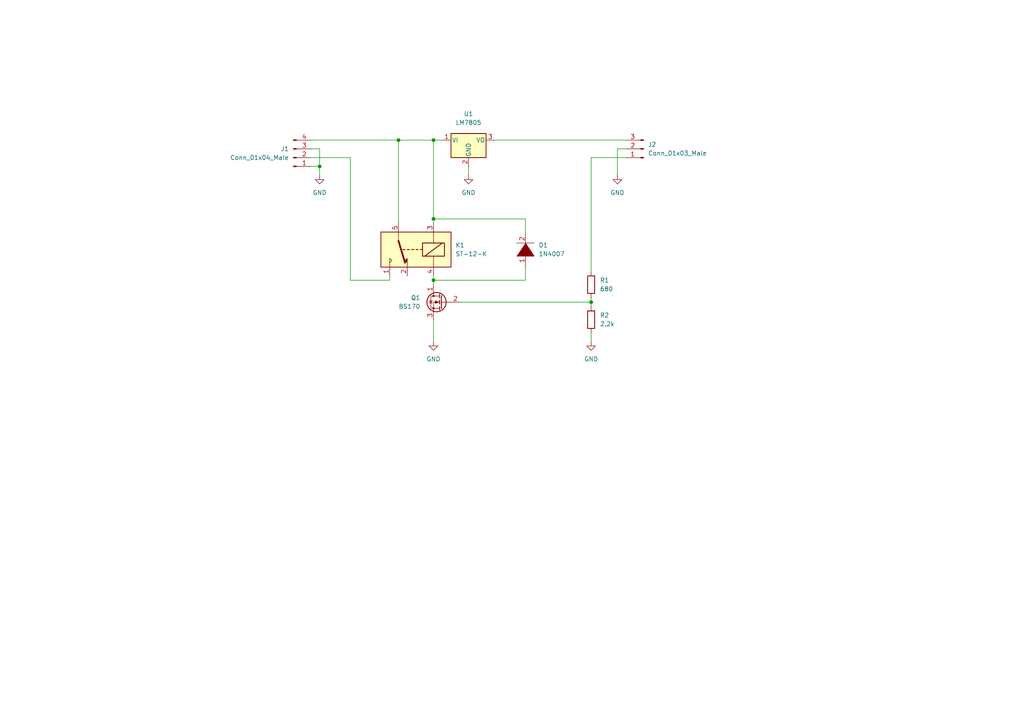
<source format=kicad_sch>
(kicad_sch (version 20211123) (generator eeschema)

  (uuid e63e39d7-6ac0-4ffd-8aa3-1841a4541b55)

  (paper "A4")

  (lib_symbols
    (symbol "Connector:Conn_01x03_Male" (pin_names (offset 1.016) hide) (in_bom yes) (on_board yes)
      (property "Reference" "J" (id 0) (at 0 5.08 0)
        (effects (font (size 1.27 1.27)))
      )
      (property "Value" "Conn_01x03_Male" (id 1) (at 0 -5.08 0)
        (effects (font (size 1.27 1.27)))
      )
      (property "Footprint" "" (id 2) (at 0 0 0)
        (effects (font (size 1.27 1.27)) hide)
      )
      (property "Datasheet" "~" (id 3) (at 0 0 0)
        (effects (font (size 1.27 1.27)) hide)
      )
      (property "ki_keywords" "connector" (id 4) (at 0 0 0)
        (effects (font (size 1.27 1.27)) hide)
      )
      (property "ki_description" "Generic connector, single row, 01x03, script generated (kicad-library-utils/schlib/autogen/connector/)" (id 5) (at 0 0 0)
        (effects (font (size 1.27 1.27)) hide)
      )
      (property "ki_fp_filters" "Connector*:*_1x??_*" (id 6) (at 0 0 0)
        (effects (font (size 1.27 1.27)) hide)
      )
      (symbol "Conn_01x03_Male_1_1"
        (polyline
          (pts
            (xy 1.27 -2.54)
            (xy 0.8636 -2.54)
          )
          (stroke (width 0.1524) (type default) (color 0 0 0 0))
          (fill (type none))
        )
        (polyline
          (pts
            (xy 1.27 0)
            (xy 0.8636 0)
          )
          (stroke (width 0.1524) (type default) (color 0 0 0 0))
          (fill (type none))
        )
        (polyline
          (pts
            (xy 1.27 2.54)
            (xy 0.8636 2.54)
          )
          (stroke (width 0.1524) (type default) (color 0 0 0 0))
          (fill (type none))
        )
        (rectangle (start 0.8636 -2.413) (end 0 -2.667)
          (stroke (width 0.1524) (type default) (color 0 0 0 0))
          (fill (type outline))
        )
        (rectangle (start 0.8636 0.127) (end 0 -0.127)
          (stroke (width 0.1524) (type default) (color 0 0 0 0))
          (fill (type outline))
        )
        (rectangle (start 0.8636 2.667) (end 0 2.413)
          (stroke (width 0.1524) (type default) (color 0 0 0 0))
          (fill (type outline))
        )
        (pin passive line (at 5.08 2.54 180) (length 3.81)
          (name "Pin_1" (effects (font (size 1.27 1.27))))
          (number "1" (effects (font (size 1.27 1.27))))
        )
        (pin passive line (at 5.08 0 180) (length 3.81)
          (name "Pin_2" (effects (font (size 1.27 1.27))))
          (number "2" (effects (font (size 1.27 1.27))))
        )
        (pin passive line (at 5.08 -2.54 180) (length 3.81)
          (name "Pin_3" (effects (font (size 1.27 1.27))))
          (number "3" (effects (font (size 1.27 1.27))))
        )
      )
    )
    (symbol "Connector:Conn_01x04_Male" (pin_names (offset 1.016) hide) (in_bom yes) (on_board yes)
      (property "Reference" "J" (id 0) (at 0 5.08 0)
        (effects (font (size 1.27 1.27)))
      )
      (property "Value" "Conn_01x04_Male" (id 1) (at 0 -7.62 0)
        (effects (font (size 1.27 1.27)))
      )
      (property "Footprint" "" (id 2) (at 0 0 0)
        (effects (font (size 1.27 1.27)) hide)
      )
      (property "Datasheet" "~" (id 3) (at 0 0 0)
        (effects (font (size 1.27 1.27)) hide)
      )
      (property "ki_keywords" "connector" (id 4) (at 0 0 0)
        (effects (font (size 1.27 1.27)) hide)
      )
      (property "ki_description" "Generic connector, single row, 01x04, script generated (kicad-library-utils/schlib/autogen/connector/)" (id 5) (at 0 0 0)
        (effects (font (size 1.27 1.27)) hide)
      )
      (property "ki_fp_filters" "Connector*:*_1x??_*" (id 6) (at 0 0 0)
        (effects (font (size 1.27 1.27)) hide)
      )
      (symbol "Conn_01x04_Male_1_1"
        (polyline
          (pts
            (xy 1.27 -5.08)
            (xy 0.8636 -5.08)
          )
          (stroke (width 0.1524) (type default) (color 0 0 0 0))
          (fill (type none))
        )
        (polyline
          (pts
            (xy 1.27 -2.54)
            (xy 0.8636 -2.54)
          )
          (stroke (width 0.1524) (type default) (color 0 0 0 0))
          (fill (type none))
        )
        (polyline
          (pts
            (xy 1.27 0)
            (xy 0.8636 0)
          )
          (stroke (width 0.1524) (type default) (color 0 0 0 0))
          (fill (type none))
        )
        (polyline
          (pts
            (xy 1.27 2.54)
            (xy 0.8636 2.54)
          )
          (stroke (width 0.1524) (type default) (color 0 0 0 0))
          (fill (type none))
        )
        (rectangle (start 0.8636 -4.953) (end 0 -5.207)
          (stroke (width 0.1524) (type default) (color 0 0 0 0))
          (fill (type outline))
        )
        (rectangle (start 0.8636 -2.413) (end 0 -2.667)
          (stroke (width 0.1524) (type default) (color 0 0 0 0))
          (fill (type outline))
        )
        (rectangle (start 0.8636 0.127) (end 0 -0.127)
          (stroke (width 0.1524) (type default) (color 0 0 0 0))
          (fill (type outline))
        )
        (rectangle (start 0.8636 2.667) (end 0 2.413)
          (stroke (width 0.1524) (type default) (color 0 0 0 0))
          (fill (type outline))
        )
        (pin passive line (at 5.08 2.54 180) (length 3.81)
          (name "Pin_1" (effects (font (size 1.27 1.27))))
          (number "1" (effects (font (size 1.27 1.27))))
        )
        (pin passive line (at 5.08 0 180) (length 3.81)
          (name "Pin_2" (effects (font (size 1.27 1.27))))
          (number "2" (effects (font (size 1.27 1.27))))
        )
        (pin passive line (at 5.08 -2.54 180) (length 3.81)
          (name "Pin_3" (effects (font (size 1.27 1.27))))
          (number "3" (effects (font (size 1.27 1.27))))
        )
        (pin passive line (at 5.08 -5.08 180) (length 3.81)
          (name "Pin_4" (effects (font (size 1.27 1.27))))
          (number "4" (effects (font (size 1.27 1.27))))
        )
      )
    )
    (symbol "Device:R" (pin_numbers hide) (pin_names (offset 0)) (in_bom yes) (on_board yes)
      (property "Reference" "R" (id 0) (at 2.032 0 90)
        (effects (font (size 1.27 1.27)))
      )
      (property "Value" "R" (id 1) (at 0 0 90)
        (effects (font (size 1.27 1.27)))
      )
      (property "Footprint" "" (id 2) (at -1.778 0 90)
        (effects (font (size 1.27 1.27)) hide)
      )
      (property "Datasheet" "~" (id 3) (at 0 0 0)
        (effects (font (size 1.27 1.27)) hide)
      )
      (property "ki_keywords" "R res resistor" (id 4) (at 0 0 0)
        (effects (font (size 1.27 1.27)) hide)
      )
      (property "ki_description" "Resistor" (id 5) (at 0 0 0)
        (effects (font (size 1.27 1.27)) hide)
      )
      (property "ki_fp_filters" "R_*" (id 6) (at 0 0 0)
        (effects (font (size 1.27 1.27)) hide)
      )
      (symbol "R_0_1"
        (rectangle (start -1.016 -2.54) (end 1.016 2.54)
          (stroke (width 0.254) (type default) (color 0 0 0 0))
          (fill (type none))
        )
      )
      (symbol "R_1_1"
        (pin passive line (at 0 3.81 270) (length 1.27)
          (name "~" (effects (font (size 1.27 1.27))))
          (number "1" (effects (font (size 1.27 1.27))))
        )
        (pin passive line (at 0 -3.81 90) (length 1.27)
          (name "~" (effects (font (size 1.27 1.27))))
          (number "2" (effects (font (size 1.27 1.27))))
        )
      )
    )
    (symbol "Regulator_Linear:LM7805_TO220" (pin_names (offset 0.254)) (in_bom yes) (on_board yes)
      (property "Reference" "U" (id 0) (at -3.81 3.175 0)
        (effects (font (size 1.27 1.27)))
      )
      (property "Value" "LM7805_TO220" (id 1) (at 0 3.175 0)
        (effects (font (size 1.27 1.27)) (justify left))
      )
      (property "Footprint" "Package_TO_SOT_THT:TO-220-3_Vertical" (id 2) (at 0 5.715 0)
        (effects (font (size 1.27 1.27) italic) hide)
      )
      (property "Datasheet" "https://www.onsemi.cn/PowerSolutions/document/MC7800-D.PDF" (id 3) (at 0 -1.27 0)
        (effects (font (size 1.27 1.27)) hide)
      )
      (property "ki_keywords" "Voltage Regulator 1A Positive" (id 4) (at 0 0 0)
        (effects (font (size 1.27 1.27)) hide)
      )
      (property "ki_description" "Positive 1A 35V Linear Regulator, Fixed Output 5V, TO-220" (id 5) (at 0 0 0)
        (effects (font (size 1.27 1.27)) hide)
      )
      (property "ki_fp_filters" "TO?220*" (id 6) (at 0 0 0)
        (effects (font (size 1.27 1.27)) hide)
      )
      (symbol "LM7805_TO220_0_1"
        (rectangle (start -5.08 1.905) (end 5.08 -5.08)
          (stroke (width 0.254) (type default) (color 0 0 0 0))
          (fill (type background))
        )
      )
      (symbol "LM7805_TO220_1_1"
        (pin power_in line (at -7.62 0 0) (length 2.54)
          (name "VI" (effects (font (size 1.27 1.27))))
          (number "1" (effects (font (size 1.27 1.27))))
        )
        (pin power_in line (at 0 -7.62 90) (length 2.54)
          (name "GND" (effects (font (size 1.27 1.27))))
          (number "2" (effects (font (size 1.27 1.27))))
        )
        (pin power_out line (at 7.62 0 180) (length 2.54)
          (name "VO" (effects (font (size 1.27 1.27))))
          (number "3" (effects (font (size 1.27 1.27))))
        )
      )
    )
    (symbol "Relay:Y14x-1C-xxDS" (in_bom yes) (on_board yes)
      (property "Reference" "K" (id 0) (at 11.43 3.81 0)
        (effects (font (size 1.27 1.27)) (justify left))
      )
      (property "Value" "Y14x-1C-xxDS" (id 1) (at 11.43 1.27 0)
        (effects (font (size 1.27 1.27)) (justify left))
      )
      (property "Footprint" "Relay_THT:Relay_SPDT_HsinDa_Y14" (id 2) (at 11.43 -1.27 0)
        (effects (font (size 1.27 1.27)) (justify left) hide)
      )
      (property "Datasheet" "http://www.hsinda.com.cn/en/imgdown.asp?FileName=UploadFiles/201431310240386.pdf" (id 3) (at 0 0 0)
        (effects (font (size 1.27 1.27)) hide)
      )
      (property "ki_keywords" "Relay SPDT" (id 4) (at 0 0 0)
        (effects (font (size 1.27 1.27)) hide)
      )
      (property "ki_description" "Hsin Da Y14-series relay, Single Pole Dual Throw" (id 5) (at 0 0 0)
        (effects (font (size 1.27 1.27)) hide)
      )
      (property "ki_fp_filters" "Relay*Y14*" (id 6) (at 0 0 0)
        (effects (font (size 1.27 1.27)) hide)
      )
      (symbol "Y14x-1C-xxDS_0_0"
        (polyline
          (pts
            (xy 7.62 5.08)
            (xy 7.62 2.54)
            (xy 6.985 3.175)
            (xy 7.62 3.81)
          )
          (stroke (width 0) (type default) (color 0 0 0 0))
          (fill (type none))
        )
      )
      (symbol "Y14x-1C-xxDS_0_1"
        (rectangle (start -10.16 5.08) (end 10.16 -5.08)
          (stroke (width 0.254) (type default) (color 0 0 0 0))
          (fill (type background))
        )
        (rectangle (start -8.255 1.905) (end -1.905 -1.905)
          (stroke (width 0.254) (type default) (color 0 0 0 0))
          (fill (type none))
        )
        (polyline
          (pts
            (xy -7.62 -1.905)
            (xy -2.54 1.905)
          )
          (stroke (width 0.254) (type default) (color 0 0 0 0))
          (fill (type none))
        )
        (polyline
          (pts
            (xy -5.08 -5.08)
            (xy -5.08 -1.905)
          )
          (stroke (width 0) (type default) (color 0 0 0 0))
          (fill (type none))
        )
        (polyline
          (pts
            (xy -5.08 5.08)
            (xy -5.08 1.905)
          )
          (stroke (width 0) (type default) (color 0 0 0 0))
          (fill (type none))
        )
        (polyline
          (pts
            (xy -1.905 0)
            (xy -1.27 0)
          )
          (stroke (width 0.254) (type default) (color 0 0 0 0))
          (fill (type none))
        )
        (polyline
          (pts
            (xy -0.635 0)
            (xy 0 0)
          )
          (stroke (width 0.254) (type default) (color 0 0 0 0))
          (fill (type none))
        )
        (polyline
          (pts
            (xy 0.635 0)
            (xy 1.27 0)
          )
          (stroke (width 0.254) (type default) (color 0 0 0 0))
          (fill (type none))
        )
        (polyline
          (pts
            (xy 1.905 0)
            (xy 2.54 0)
          )
          (stroke (width 0.254) (type default) (color 0 0 0 0))
          (fill (type none))
        )
        (polyline
          (pts
            (xy 3.175 0)
            (xy 3.81 0)
          )
          (stroke (width 0.254) (type default) (color 0 0 0 0))
          (fill (type none))
        )
        (polyline
          (pts
            (xy 5.08 -2.54)
            (xy 3.175 3.81)
          )
          (stroke (width 0.508) (type default) (color 0 0 0 0))
          (fill (type none))
        )
        (polyline
          (pts
            (xy 5.08 -2.54)
            (xy 5.08 -5.08)
          )
          (stroke (width 0) (type default) (color 0 0 0 0))
          (fill (type none))
        )
        (polyline
          (pts
            (xy 2.54 5.08)
            (xy 2.54 2.54)
            (xy 3.175 3.175)
            (xy 2.54 3.81)
          )
          (stroke (width 0) (type default) (color 0 0 0 0))
          (fill (type outline))
        )
      )
      (symbol "Y14x-1C-xxDS_1_1"
        (pin passive line (at 7.62 7.62 270) (length 2.54)
          (name "~" (effects (font (size 1.27 1.27))))
          (number "1" (effects (font (size 1.27 1.27))))
        )
        (pin passive line (at 2.54 7.62 270) (length 2.54)
          (name "~" (effects (font (size 1.27 1.27))))
          (number "2" (effects (font (size 1.27 1.27))))
        )
        (pin passive line (at -5.08 -7.62 90) (length 2.54)
          (name "~" (effects (font (size 1.27 1.27))))
          (number "3" (effects (font (size 1.27 1.27))))
        )
        (pin passive line (at -5.08 7.62 270) (length 2.54)
          (name "~" (effects (font (size 1.27 1.27))))
          (number "4" (effects (font (size 1.27 1.27))))
        )
        (pin passive line (at 5.08 -7.62 90) (length 2.54)
          (name "~" (effects (font (size 1.27 1.27))))
          (number "5" (effects (font (size 1.27 1.27))))
        )
        (pin passive line (at 5.08 -7.62 90) (length 2.54) hide
          (name "~" (effects (font (size 1.27 1.27))))
          (number "6" (effects (font (size 1.27 1.27))))
        )
      )
    )
    (symbol "Transistor_FET:BS170" (pin_names hide) (in_bom yes) (on_board yes)
      (property "Reference" "Q" (id 0) (at 5.08 1.905 0)
        (effects (font (size 1.27 1.27)) (justify left))
      )
      (property "Value" "BS170" (id 1) (at 5.08 0 0)
        (effects (font (size 1.27 1.27)) (justify left))
      )
      (property "Footprint" "Package_TO_SOT_THT:TO-92_Inline" (id 2) (at 5.08 -1.905 0)
        (effects (font (size 1.27 1.27) italic) (justify left) hide)
      )
      (property "Datasheet" "https://www.onsemi.com/pub/Collateral/BS170-D.PDF" (id 3) (at 0 0 0)
        (effects (font (size 1.27 1.27)) (justify left) hide)
      )
      (property "ki_keywords" "N-Channel MOSFET" (id 4) (at 0 0 0)
        (effects (font (size 1.27 1.27)) hide)
      )
      (property "ki_description" "0.5A Id, 60V Vds, N-Channel MOSFET, TO-92" (id 5) (at 0 0 0)
        (effects (font (size 1.27 1.27)) hide)
      )
      (property "ki_fp_filters" "TO?92*" (id 6) (at 0 0 0)
        (effects (font (size 1.27 1.27)) hide)
      )
      (symbol "BS170_0_1"
        (polyline
          (pts
            (xy 0.254 0)
            (xy -2.54 0)
          )
          (stroke (width 0) (type default) (color 0 0 0 0))
          (fill (type none))
        )
        (polyline
          (pts
            (xy 0.254 1.905)
            (xy 0.254 -1.905)
          )
          (stroke (width 0.254) (type default) (color 0 0 0 0))
          (fill (type none))
        )
        (polyline
          (pts
            (xy 0.762 -1.27)
            (xy 0.762 -2.286)
          )
          (stroke (width 0.254) (type default) (color 0 0 0 0))
          (fill (type none))
        )
        (polyline
          (pts
            (xy 0.762 0.508)
            (xy 0.762 -0.508)
          )
          (stroke (width 0.254) (type default) (color 0 0 0 0))
          (fill (type none))
        )
        (polyline
          (pts
            (xy 0.762 2.286)
            (xy 0.762 1.27)
          )
          (stroke (width 0.254) (type default) (color 0 0 0 0))
          (fill (type none))
        )
        (polyline
          (pts
            (xy 2.54 2.54)
            (xy 2.54 1.778)
          )
          (stroke (width 0) (type default) (color 0 0 0 0))
          (fill (type none))
        )
        (polyline
          (pts
            (xy 2.54 -2.54)
            (xy 2.54 0)
            (xy 0.762 0)
          )
          (stroke (width 0) (type default) (color 0 0 0 0))
          (fill (type none))
        )
        (polyline
          (pts
            (xy 0.762 -1.778)
            (xy 3.302 -1.778)
            (xy 3.302 1.778)
            (xy 0.762 1.778)
          )
          (stroke (width 0) (type default) (color 0 0 0 0))
          (fill (type none))
        )
        (polyline
          (pts
            (xy 1.016 0)
            (xy 2.032 0.381)
            (xy 2.032 -0.381)
            (xy 1.016 0)
          )
          (stroke (width 0) (type default) (color 0 0 0 0))
          (fill (type outline))
        )
        (polyline
          (pts
            (xy 2.794 0.508)
            (xy 2.921 0.381)
            (xy 3.683 0.381)
            (xy 3.81 0.254)
          )
          (stroke (width 0) (type default) (color 0 0 0 0))
          (fill (type none))
        )
        (polyline
          (pts
            (xy 3.302 0.381)
            (xy 2.921 -0.254)
            (xy 3.683 -0.254)
            (xy 3.302 0.381)
          )
          (stroke (width 0) (type default) (color 0 0 0 0))
          (fill (type none))
        )
        (circle (center 1.651 0) (radius 2.794)
          (stroke (width 0.254) (type default) (color 0 0 0 0))
          (fill (type none))
        )
        (circle (center 2.54 -1.778) (radius 0.254)
          (stroke (width 0) (type default) (color 0 0 0 0))
          (fill (type outline))
        )
        (circle (center 2.54 1.778) (radius 0.254)
          (stroke (width 0) (type default) (color 0 0 0 0))
          (fill (type outline))
        )
      )
      (symbol "BS170_1_1"
        (pin passive line (at 2.54 5.08 270) (length 2.54)
          (name "D" (effects (font (size 1.27 1.27))))
          (number "1" (effects (font (size 1.27 1.27))))
        )
        (pin input line (at -5.08 0 0) (length 2.54)
          (name "G" (effects (font (size 1.27 1.27))))
          (number "2" (effects (font (size 1.27 1.27))))
        )
        (pin passive line (at 2.54 -5.08 90) (length 2.54)
          (name "S" (effects (font (size 1.27 1.27))))
          (number "3" (effects (font (size 1.27 1.27))))
        )
      )
    )
    (symbol "power:GND" (power) (pin_names (offset 0)) (in_bom yes) (on_board yes)
      (property "Reference" "#PWR" (id 0) (at 0 -6.35 0)
        (effects (font (size 1.27 1.27)) hide)
      )
      (property "Value" "GND" (id 1) (at 0 -3.81 0)
        (effects (font (size 1.27 1.27)))
      )
      (property "Footprint" "" (id 2) (at 0 0 0)
        (effects (font (size 1.27 1.27)) hide)
      )
      (property "Datasheet" "" (id 3) (at 0 0 0)
        (effects (font (size 1.27 1.27)) hide)
      )
      (property "ki_keywords" "power-flag" (id 4) (at 0 0 0)
        (effects (font (size 1.27 1.27)) hide)
      )
      (property "ki_description" "Power symbol creates a global label with name \"GND\" , ground" (id 5) (at 0 0 0)
        (effects (font (size 1.27 1.27)) hide)
      )
      (symbol "GND_0_1"
        (polyline
          (pts
            (xy 0 0)
            (xy 0 -1.27)
            (xy 1.27 -1.27)
            (xy 0 -2.54)
            (xy -1.27 -1.27)
            (xy 0 -1.27)
          )
          (stroke (width 0) (type default) (color 0 0 0 0))
          (fill (type none))
        )
      )
      (symbol "GND_1_1"
        (pin power_in line (at 0 0 270) (length 0) hide
          (name "GND" (effects (font (size 1.27 1.27))))
          (number "1" (effects (font (size 1.27 1.27))))
        )
      )
    )
    (symbol "pspice:DIODE" (pin_names (offset 1.016) hide) (in_bom yes) (on_board yes)
      (property "Reference" "D" (id 0) (at 0 3.81 0)
        (effects (font (size 1.27 1.27)))
      )
      (property "Value" "DIODE" (id 1) (at 0 -4.445 0)
        (effects (font (size 1.27 1.27)))
      )
      (property "Footprint" "" (id 2) (at 0 0 0)
        (effects (font (size 1.27 1.27)) hide)
      )
      (property "Datasheet" "~" (id 3) (at 0 0 0)
        (effects (font (size 1.27 1.27)) hide)
      )
      (property "ki_keywords" "simulation" (id 4) (at 0 0 0)
        (effects (font (size 1.27 1.27)) hide)
      )
      (property "ki_description" "Diode symbol for simulation only. Pin order incompatible with official kicad footprints" (id 5) (at 0 0 0)
        (effects (font (size 1.27 1.27)) hide)
      )
      (symbol "DIODE_0_1"
        (polyline
          (pts
            (xy 1.905 2.54)
            (xy 1.905 -2.54)
          )
          (stroke (width 0) (type default) (color 0 0 0 0))
          (fill (type none))
        )
        (polyline
          (pts
            (xy -1.905 2.54)
            (xy -1.905 -2.54)
            (xy 1.905 0)
          )
          (stroke (width 0) (type default) (color 0 0 0 0))
          (fill (type outline))
        )
      )
      (symbol "DIODE_1_1"
        (pin input line (at -5.08 0 0) (length 3.81)
          (name "K" (effects (font (size 1.27 1.27))))
          (number "1" (effects (font (size 1.27 1.27))))
        )
        (pin input line (at 5.08 0 180) (length 3.81)
          (name "A" (effects (font (size 1.27 1.27))))
          (number "2" (effects (font (size 1.27 1.27))))
        )
      )
    )
  )

  (junction (at 115.57 40.64) (diameter 0) (color 0 0 0 0)
    (uuid 1ce35f55-7b10-4f85-a37b-4d1001366d27)
  )
  (junction (at 125.73 40.64) (diameter 0) (color 0 0 0 0)
    (uuid 3510120f-b9d4-4bef-8743-b3c495a69b5b)
  )
  (junction (at 125.73 81.28) (diameter 0) (color 0 0 0 0)
    (uuid 9f53f05d-541f-4913-b824-ce437a9856c9)
  )
  (junction (at 125.73 63.5) (diameter 0) (color 0 0 0 0)
    (uuid a81d18ab-0521-4f07-b803-bc339b4f6a20)
  )
  (junction (at 92.71 48.26) (diameter 0) (color 0 0 0 0)
    (uuid d2c0accc-9ac4-4b33-beaa-ef963347a733)
  )
  (junction (at 171.45 87.63) (diameter 0) (color 0 0 0 0)
    (uuid df10e41f-b4f1-4a9f-90c7-52e3401f3ab2)
  )

  (wire (pts (xy 152.4 77.47) (xy 152.4 81.28))
    (stroke (width 0) (type default) (color 0 0 0 0))
    (uuid 06552a9a-6350-41c0-9a41-30bab053930c)
  )
  (wire (pts (xy 125.73 40.64) (xy 128.27 40.64))
    (stroke (width 0) (type default) (color 0 0 0 0))
    (uuid 0714050a-acff-463d-b343-5ee952a83e96)
  )
  (wire (pts (xy 113.03 80.01) (xy 113.03 81.28))
    (stroke (width 0) (type default) (color 0 0 0 0))
    (uuid 0f83ece6-54d9-4149-b7d9-1fc4e62a8ed1)
  )
  (wire (pts (xy 101.6 45.72) (xy 101.6 81.28))
    (stroke (width 0) (type default) (color 0 0 0 0))
    (uuid 11216555-08e9-4e78-bb80-b400ece5a624)
  )
  (wire (pts (xy 125.73 80.01) (xy 125.73 81.28))
    (stroke (width 0) (type default) (color 0 0 0 0))
    (uuid 133ee766-4532-467f-bfc3-e80e7d9f269e)
  )
  (wire (pts (xy 181.61 43.18) (xy 179.07 43.18))
    (stroke (width 0) (type default) (color 0 0 0 0))
    (uuid 155fe027-7e75-4fe7-b68d-ffd5d6447ed9)
  )
  (wire (pts (xy 179.07 43.18) (xy 179.07 50.8))
    (stroke (width 0) (type default) (color 0 0 0 0))
    (uuid 167fa2de-2557-40cb-9a83-bc1eff5603f4)
  )
  (wire (pts (xy 125.73 63.5) (xy 125.73 64.77))
    (stroke (width 0) (type default) (color 0 0 0 0))
    (uuid 1fff37c9-5515-4326-b77e-d33d301859ce)
  )
  (wire (pts (xy 92.71 43.18) (xy 92.71 48.26))
    (stroke (width 0) (type default) (color 0 0 0 0))
    (uuid 25d3ff1d-c44a-4420-8e9c-050df8693eb1)
  )
  (wire (pts (xy 125.73 92.71) (xy 125.73 99.06))
    (stroke (width 0) (type default) (color 0 0 0 0))
    (uuid 2c746f5f-4547-4c1e-9092-80f13b665312)
  )
  (wire (pts (xy 92.71 48.26) (xy 92.71 50.8))
    (stroke (width 0) (type default) (color 0 0 0 0))
    (uuid 3523f7b7-e937-40e5-a778-91c527b2f690)
  )
  (wire (pts (xy 125.73 81.28) (xy 125.73 82.55))
    (stroke (width 0) (type default) (color 0 0 0 0))
    (uuid 507cbdc7-6cbe-45a0-9f89-063c4f16c5ad)
  )
  (wire (pts (xy 90.17 45.72) (xy 101.6 45.72))
    (stroke (width 0) (type default) (color 0 0 0 0))
    (uuid 54d0cebf-ca14-4db0-9910-22941bc45a98)
  )
  (wire (pts (xy 171.45 96.52) (xy 171.45 99.06))
    (stroke (width 0) (type default) (color 0 0 0 0))
    (uuid 65883507-7cf2-4979-9d6d-672513bbcee2)
  )
  (wire (pts (xy 143.51 40.64) (xy 181.61 40.64))
    (stroke (width 0) (type default) (color 0 0 0 0))
    (uuid 67d1cd28-dd45-4fbd-b34b-ee0989d9196d)
  )
  (wire (pts (xy 135.89 48.26) (xy 135.89 50.8))
    (stroke (width 0) (type default) (color 0 0 0 0))
    (uuid 6e1aa11a-65ee-41cd-86f0-11c7221d550a)
  )
  (wire (pts (xy 171.45 45.72) (xy 181.61 45.72))
    (stroke (width 0) (type default) (color 0 0 0 0))
    (uuid 7ad5ce38-681d-4861-9c55-0dbb4aabf7d4)
  )
  (wire (pts (xy 152.4 81.28) (xy 125.73 81.28))
    (stroke (width 0) (type default) (color 0 0 0 0))
    (uuid 868ef6df-c040-485c-b200-07a5bb2a8388)
  )
  (wire (pts (xy 152.4 67.31) (xy 152.4 63.5))
    (stroke (width 0) (type default) (color 0 0 0 0))
    (uuid 899110e2-ba4a-48f6-ae05-f82c7f859a33)
  )
  (wire (pts (xy 171.45 87.63) (xy 171.45 88.9))
    (stroke (width 0) (type default) (color 0 0 0 0))
    (uuid 8b23208f-dca6-4a88-88e5-0b05f8c1db86)
  )
  (wire (pts (xy 115.57 40.64) (xy 125.73 40.64))
    (stroke (width 0) (type default) (color 0 0 0 0))
    (uuid 8c22eda3-6620-4c12-9141-e6cbecb570b4)
  )
  (wire (pts (xy 125.73 40.64) (xy 125.73 63.5))
    (stroke (width 0) (type default) (color 0 0 0 0))
    (uuid 8f16a8f2-56dc-42e8-a9c0-808dfaa5ad3a)
  )
  (wire (pts (xy 115.57 40.64) (xy 115.57 64.77))
    (stroke (width 0) (type default) (color 0 0 0 0))
    (uuid 913cb943-f7e8-4342-95b1-4f008c35e7fc)
  )
  (wire (pts (xy 171.45 86.36) (xy 171.45 87.63))
    (stroke (width 0) (type default) (color 0 0 0 0))
    (uuid a11d5f74-0429-4f9e-b6bf-3bbaae4d7789)
  )
  (wire (pts (xy 152.4 63.5) (xy 125.73 63.5))
    (stroke (width 0) (type default) (color 0 0 0 0))
    (uuid aa32cf33-4860-494b-9963-41bfc7161551)
  )
  (wire (pts (xy 113.03 81.28) (xy 101.6 81.28))
    (stroke (width 0) (type default) (color 0 0 0 0))
    (uuid b5f5a421-ddcd-4f39-9726-a4f2404063cf)
  )
  (wire (pts (xy 90.17 40.64) (xy 115.57 40.64))
    (stroke (width 0) (type default) (color 0 0 0 0))
    (uuid c9b0f093-79f7-44a9-9a01-140d009dab54)
  )
  (wire (pts (xy 133.35 87.63) (xy 171.45 87.63))
    (stroke (width 0) (type default) (color 0 0 0 0))
    (uuid cce02bb5-c46b-4e6a-8078-c2bb96853c92)
  )
  (wire (pts (xy 90.17 43.18) (xy 92.71 43.18))
    (stroke (width 0) (type default) (color 0 0 0 0))
    (uuid d4d7af4a-bdba-41a7-93c2-da79d93aaec5)
  )
  (wire (pts (xy 171.45 78.74) (xy 171.45 45.72))
    (stroke (width 0) (type default) (color 0 0 0 0))
    (uuid e4c57921-594a-42a6-a67b-3af6e5adf5f0)
  )
  (wire (pts (xy 90.17 48.26) (xy 92.71 48.26))
    (stroke (width 0) (type default) (color 0 0 0 0))
    (uuid ff9f04b5-4f9e-4ac9-8790-22e4ddd6091f)
  )

  (symbol (lib_id "pspice:DIODE") (at 152.4 72.39 90) (unit 1)
    (in_bom yes) (on_board yes) (fields_autoplaced)
    (uuid 0548f54f-508f-4441-9f2c-0bbf1259e3aa)
    (property "Reference" "D1" (id 0) (at 156.21 71.1199 90)
      (effects (font (size 1.27 1.27)) (justify right))
    )
    (property "Value" "1N4007" (id 1) (at 156.21 73.6599 90)
      (effects (font (size 1.27 1.27)) (justify right))
    )
    (property "Footprint" "Diode_THT:D_DO-41_SOD81_P10.16mm_Horizontal" (id 2) (at 152.4 72.39 0)
      (effects (font (size 1.27 1.27)) hide)
    )
    (property "Datasheet" "~" (id 3) (at 152.4 72.39 0)
      (effects (font (size 1.27 1.27)) hide)
    )
    (pin "1" (uuid 65e4bac0-b716-47a6-9ae6-1f401adededc))
    (pin "2" (uuid 100d098f-5928-4cfe-9681-e8eadd80292c))
  )

  (symbol (lib_id "Transistor_FET:BS170") (at 128.27 87.63 0) (mirror y) (unit 1)
    (in_bom yes) (on_board yes) (fields_autoplaced)
    (uuid 18ab4cee-227c-49cc-b074-4192b4da98df)
    (property "Reference" "Q1" (id 0) (at 121.92 86.3599 0)
      (effects (font (size 1.27 1.27)) (justify left))
    )
    (property "Value" "BS170" (id 1) (at 121.92 88.8999 0)
      (effects (font (size 1.27 1.27)) (justify left))
    )
    (property "Footprint" "Package_TO_SOT_THT:TO-92_Inline" (id 2) (at 123.19 89.535 0)
      (effects (font (size 1.27 1.27) italic) (justify left) hide)
    )
    (property "Datasheet" "https://www.onsemi.com/pub/Collateral/BS170-D.PDF" (id 3) (at 128.27 87.63 0)
      (effects (font (size 1.27 1.27)) (justify left) hide)
    )
    (pin "1" (uuid d63c3a88-561e-4081-b579-bbc9be82edae))
    (pin "2" (uuid 7ab463fb-8cc0-42c4-aca5-c93fdea88e6b))
    (pin "3" (uuid f958d197-ce80-463e-b85f-6a5612c797a4))
  )

  (symbol (lib_id "power:GND") (at 179.07 50.8 0) (unit 1)
    (in_bom yes) (on_board yes) (fields_autoplaced)
    (uuid 1b76453f-6877-470e-9ba1-9d979ae74567)
    (property "Reference" "#PWR0103" (id 0) (at 179.07 57.15 0)
      (effects (font (size 1.27 1.27)) hide)
    )
    (property "Value" "GND" (id 1) (at 179.07 55.88 0))
    (property "Footprint" "" (id 2) (at 179.07 50.8 0)
      (effects (font (size 1.27 1.27)) hide)
    )
    (property "Datasheet" "" (id 3) (at 179.07 50.8 0)
      (effects (font (size 1.27 1.27)) hide)
    )
    (pin "1" (uuid 6f8abb20-d786-4404-9a62-dea63c774b5f))
  )

  (symbol (lib_id "power:GND") (at 135.89 50.8 0) (unit 1)
    (in_bom yes) (on_board yes) (fields_autoplaced)
    (uuid 2ca6f176-6623-4ee1-9a45-3a0ba2263ffe)
    (property "Reference" "#PWR0102" (id 0) (at 135.89 57.15 0)
      (effects (font (size 1.27 1.27)) hide)
    )
    (property "Value" "GND" (id 1) (at 135.89 55.88 0))
    (property "Footprint" "" (id 2) (at 135.89 50.8 0)
      (effects (font (size 1.27 1.27)) hide)
    )
    (property "Datasheet" "" (id 3) (at 135.89 50.8 0)
      (effects (font (size 1.27 1.27)) hide)
    )
    (pin "1" (uuid b2e0da0f-cbf3-4891-b446-529412129e94))
  )

  (symbol (lib_id "Device:R") (at 171.45 82.55 180) (unit 1)
    (in_bom yes) (on_board yes) (fields_autoplaced)
    (uuid 53d14c80-ac80-47a3-b5ac-94967026642d)
    (property "Reference" "R1" (id 0) (at 173.99 81.2799 0)
      (effects (font (size 1.27 1.27)) (justify right))
    )
    (property "Value" "680" (id 1) (at 173.99 83.8199 0)
      (effects (font (size 1.27 1.27)) (justify right))
    )
    (property "Footprint" "Resistor_THT:R_Axial_DIN0204_L3.6mm_D1.6mm_P7.62mm_Horizontal" (id 2) (at 173.228 82.55 90)
      (effects (font (size 1.27 1.27)) hide)
    )
    (property "Datasheet" "~" (id 3) (at 171.45 82.55 0)
      (effects (font (size 1.27 1.27)) hide)
    )
    (pin "1" (uuid 384c4484-7b79-4956-8860-c2dc9c261ba6))
    (pin "2" (uuid 7ce0ae94-595d-4e21-b198-de08b16fa989))
  )

  (symbol (lib_id "Regulator_Linear:LM7805_TO220") (at 135.89 40.64 0) (unit 1)
    (in_bom yes) (on_board yes) (fields_autoplaced)
    (uuid 5b34a16c-5a14-4291-8242-ea6d6ac54372)
    (property "Reference" "U1" (id 0) (at 135.89 33.02 0))
    (property "Value" "LM7805" (id 1) (at 135.89 35.56 0))
    (property "Footprint" "Package_TO_SOT_THT:TO-220-3_Vertical" (id 2) (at 135.89 34.925 0)
      (effects (font (size 1.27 1.27) italic) hide)
    )
    (property "Datasheet" "https://www.onsemi.cn/PowerSolutions/document/MC7800-D.PDF" (id 3) (at 135.89 41.91 0)
      (effects (font (size 1.27 1.27)) hide)
    )
    (pin "1" (uuid e1535036-5d36-405f-bb86-3819621c4f23))
    (pin "2" (uuid d9c6d5d2-0b49-49ba-a970-cd2c32f74c54))
    (pin "3" (uuid a6b7df29-bcf8-46a9-b623-7eaac47f5110))
  )

  (symbol (lib_id "Device:R") (at 171.45 92.71 180) (unit 1)
    (in_bom yes) (on_board yes) (fields_autoplaced)
    (uuid 74ccf8b4-7602-4949-b1f2-747001f0eb37)
    (property "Reference" "R2" (id 0) (at 173.99 91.4399 0)
      (effects (font (size 1.27 1.27)) (justify right))
    )
    (property "Value" "2.2k" (id 1) (at 173.99 93.9799 0)
      (effects (font (size 1.27 1.27)) (justify right))
    )
    (property "Footprint" "Resistor_THT:R_Axial_DIN0204_L3.6mm_D1.6mm_P7.62mm_Horizontal" (id 2) (at 173.228 92.71 90)
      (effects (font (size 1.27 1.27)) hide)
    )
    (property "Datasheet" "~" (id 3) (at 171.45 92.71 0)
      (effects (font (size 1.27 1.27)) hide)
    )
    (pin "1" (uuid b6d864f3-c0ac-4864-93c8-b9976b6ddbb5))
    (pin "2" (uuid 94e96592-dd0b-4267-842e-82a65da33e29))
  )

  (symbol (lib_id "power:GND") (at 171.45 99.06 0) (unit 1)
    (in_bom yes) (on_board yes) (fields_autoplaced)
    (uuid 79c561c8-3839-4a7b-8d7c-3c7f87f5b55d)
    (property "Reference" "#PWR0105" (id 0) (at 171.45 105.41 0)
      (effects (font (size 1.27 1.27)) hide)
    )
    (property "Value" "GND" (id 1) (at 171.45 104.14 0))
    (property "Footprint" "" (id 2) (at 171.45 99.06 0)
      (effects (font (size 1.27 1.27)) hide)
    )
    (property "Datasheet" "" (id 3) (at 171.45 99.06 0)
      (effects (font (size 1.27 1.27)) hide)
    )
    (pin "1" (uuid b8e4a342-ab60-4513-b45f-d347e537fefb))
  )

  (symbol (lib_id "power:GND") (at 125.73 99.06 0) (unit 1)
    (in_bom yes) (on_board yes) (fields_autoplaced)
    (uuid 83e43d81-eb4d-44a2-b6bf-7767497fa335)
    (property "Reference" "#PWR0104" (id 0) (at 125.73 105.41 0)
      (effects (font (size 1.27 1.27)) hide)
    )
    (property "Value" "GND" (id 1) (at 125.73 104.14 0))
    (property "Footprint" "" (id 2) (at 125.73 99.06 0)
      (effects (font (size 1.27 1.27)) hide)
    )
    (property "Datasheet" "" (id 3) (at 125.73 99.06 0)
      (effects (font (size 1.27 1.27)) hide)
    )
    (pin "1" (uuid a8645d85-fa83-4963-b6b6-c3b18727b030))
  )

  (symbol (lib_id "Connector:Conn_01x04_Male") (at 85.09 45.72 0) (mirror x) (unit 1)
    (in_bom yes) (on_board yes) (fields_autoplaced)
    (uuid 8cbd207e-3f39-4bf1-b69c-182694d3a756)
    (property "Reference" "J1" (id 0) (at 83.82 43.1799 0)
      (effects (font (size 1.27 1.27)) (justify right))
    )
    (property "Value" "Conn_01x04_Male" (id 1) (at 83.82 45.7199 0)
      (effects (font (size 1.27 1.27)) (justify right))
    )
    (property "Footprint" "Connector_Phoenix_MC:PhoenixContact_MCV_1,5_4-G-3.5_1x04_P3.50mm_Vertical" (id 2) (at 85.09 45.72 0)
      (effects (font (size 1.27 1.27)) hide)
    )
    (property "Datasheet" "~" (id 3) (at 85.09 45.72 0)
      (effects (font (size 1.27 1.27)) hide)
    )
    (pin "1" (uuid ff41cee3-3465-42cb-aa3b-6f2772a3f2d6))
    (pin "2" (uuid 980ca971-c4ed-4e4a-b43e-a0fd11aac9bd))
    (pin "3" (uuid 2b8f268f-9459-4783-94ad-d5854a0fe951))
    (pin "4" (uuid ced56bc7-3f87-4540-baf0-dbe2fc661525))
  )

  (symbol (lib_id "Relay:Y14x-1C-xxDS") (at 120.65 72.39 180) (unit 1)
    (in_bom yes) (on_board yes) (fields_autoplaced)
    (uuid b8340da6-ee3e-4ed6-9245-ca1b9fca93c6)
    (property "Reference" "K1" (id 0) (at 132.08 71.1199 0)
      (effects (font (size 1.27 1.27)) (justify right))
    )
    (property "Value" "ST-12-K" (id 1) (at 132.08 73.6599 0)
      (effects (font (size 1.27 1.27)) (justify right))
    )
    (property "Footprint" "Relay_THT:Relay_SPDT_HsinDa_Y14" (id 2) (at 109.22 71.12 0)
      (effects (font (size 1.27 1.27)) (justify left) hide)
    )
    (property "Datasheet" "http://www.hsinda.com.cn/en/imgdown.asp?FileName=UploadFiles/201431310240386.pdf" (id 3) (at 120.65 72.39 0)
      (effects (font (size 1.27 1.27)) hide)
    )
    (pin "1" (uuid 4cbb3aac-cbdc-443f-a183-7b29f08aac88))
    (pin "2" (uuid ebf45dfd-a384-484f-923a-5cdcf77a6145))
    (pin "3" (uuid fc1f2709-01a1-4e5e-a56f-72ab0c7a6067))
    (pin "4" (uuid 05198449-0b5e-42d5-9b23-b580ae857b62))
    (pin "5" (uuid fbb6b872-3d3d-4726-84ce-fd13c7100781))
    (pin "6" (uuid 401e0ae0-9685-458b-bbd2-1f0ff080bcf8))
  )

  (symbol (lib_id "power:GND") (at 92.71 50.8 0) (unit 1)
    (in_bom yes) (on_board yes) (fields_autoplaced)
    (uuid c5c5f9f8-c332-47c0-a678-3f8aedfc4b7c)
    (property "Reference" "#PWR0101" (id 0) (at 92.71 57.15 0)
      (effects (font (size 1.27 1.27)) hide)
    )
    (property "Value" "GND" (id 1) (at 92.71 55.88 0))
    (property "Footprint" "" (id 2) (at 92.71 50.8 0)
      (effects (font (size 1.27 1.27)) hide)
    )
    (property "Datasheet" "" (id 3) (at 92.71 50.8 0)
      (effects (font (size 1.27 1.27)) hide)
    )
    (pin "1" (uuid 85668f11-0cee-4fef-be42-7ac2b382bc5f))
  )

  (symbol (lib_id "Connector:Conn_01x03_Male") (at 186.69 43.18 180) (unit 1)
    (in_bom yes) (on_board yes) (fields_autoplaced)
    (uuid e3206dce-efea-4c89-8cfd-d41bb52a4c0c)
    (property "Reference" "J2" (id 0) (at 187.96 41.9099 0)
      (effects (font (size 1.27 1.27)) (justify right))
    )
    (property "Value" "Conn_01x03_Male" (id 1) (at 187.96 44.4499 0)
      (effects (font (size 1.27 1.27)) (justify right))
    )
    (property "Footprint" "Connector_Phoenix_MC:PhoenixContact_MCV_1,5_3-G-3.5_1x03_P3.50mm_Vertical" (id 2) (at 186.69 43.18 0)
      (effects (font (size 1.27 1.27)) hide)
    )
    (property "Datasheet" "~" (id 3) (at 186.69 43.18 0)
      (effects (font (size 1.27 1.27)) hide)
    )
    (pin "1" (uuid 223c5d3a-ad3b-4b76-a4e5-ced4f889c015))
    (pin "2" (uuid c89f0a1d-dd23-4110-acc2-d3ff736a4812))
    (pin "3" (uuid eb1920c2-67c1-466a-a7c9-b984b617ff6a))
  )

  (sheet_instances
    (path "/" (page "1"))
  )

  (symbol_instances
    (path "/c5c5f9f8-c332-47c0-a678-3f8aedfc4b7c"
      (reference "#PWR0101") (unit 1) (value "GND") (footprint "")
    )
    (path "/2ca6f176-6623-4ee1-9a45-3a0ba2263ffe"
      (reference "#PWR0102") (unit 1) (value "GND") (footprint "")
    )
    (path "/1b76453f-6877-470e-9ba1-9d979ae74567"
      (reference "#PWR0103") (unit 1) (value "GND") (footprint "")
    )
    (path "/83e43d81-eb4d-44a2-b6bf-7767497fa335"
      (reference "#PWR0104") (unit 1) (value "GND") (footprint "")
    )
    (path "/79c561c8-3839-4a7b-8d7c-3c7f87f5b55d"
      (reference "#PWR0105") (unit 1) (value "GND") (footprint "")
    )
    (path "/0548f54f-508f-4441-9f2c-0bbf1259e3aa"
      (reference "D1") (unit 1) (value "1N4007") (footprint "Diode_THT:D_DO-41_SOD81_P10.16mm_Horizontal")
    )
    (path "/8cbd207e-3f39-4bf1-b69c-182694d3a756"
      (reference "J1") (unit 1) (value "Conn_01x04_Male") (footprint "Connector_Phoenix_MC:PhoenixContact_MCV_1,5_4-G-3.5_1x04_P3.50mm_Vertical")
    )
    (path "/e3206dce-efea-4c89-8cfd-d41bb52a4c0c"
      (reference "J2") (unit 1) (value "Conn_01x03_Male") (footprint "Connector_Phoenix_MC:PhoenixContact_MCV_1,5_3-G-3.5_1x03_P3.50mm_Vertical")
    )
    (path "/b8340da6-ee3e-4ed6-9245-ca1b9fca93c6"
      (reference "K1") (unit 1) (value "ST-12-K") (footprint "Relay_THT:Relay_SPDT_HsinDa_Y14")
    )
    (path "/18ab4cee-227c-49cc-b074-4192b4da98df"
      (reference "Q1") (unit 1) (value "BS170") (footprint "Package_TO_SOT_THT:TO-92_Inline")
    )
    (path "/53d14c80-ac80-47a3-b5ac-94967026642d"
      (reference "R1") (unit 1) (value "680") (footprint "Resistor_THT:R_Axial_DIN0204_L3.6mm_D1.6mm_P7.62mm_Horizontal")
    )
    (path "/74ccf8b4-7602-4949-b1f2-747001f0eb37"
      (reference "R2") (unit 1) (value "2.2k") (footprint "Resistor_THT:R_Axial_DIN0204_L3.6mm_D1.6mm_P7.62mm_Horizontal")
    )
    (path "/5b34a16c-5a14-4291-8242-ea6d6ac54372"
      (reference "U1") (unit 1) (value "LM7805") (footprint "Package_TO_SOT_THT:TO-220-3_Vertical")
    )
  )
)

</source>
